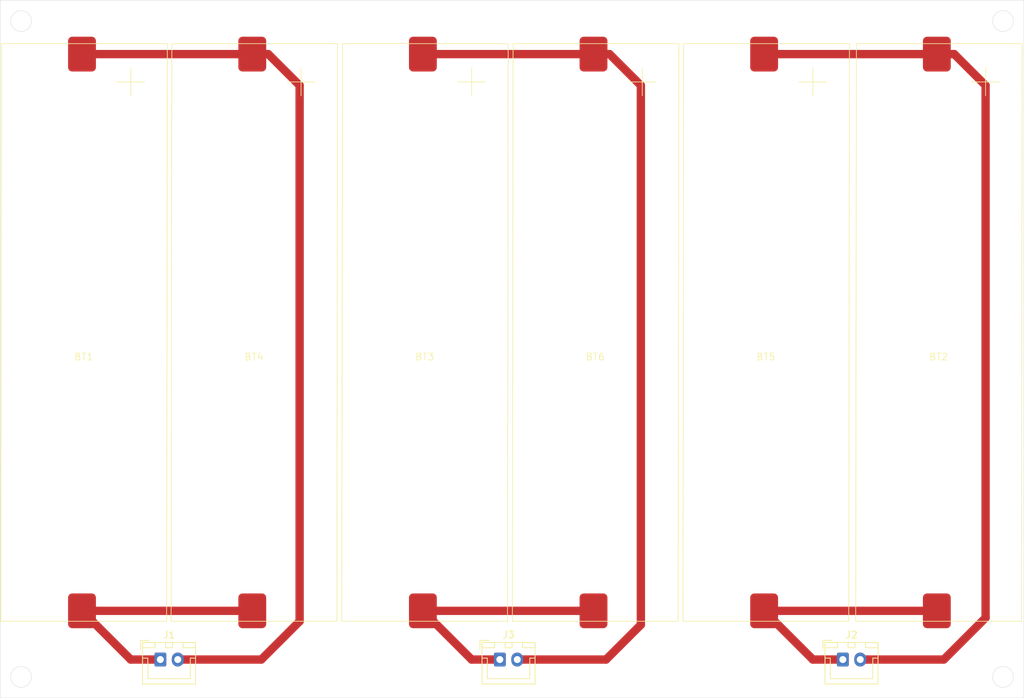
<source format=kicad_pcb>
(kicad_pcb (version 20241229) (generator "pcbnew") (generator_version "9.0")
  (layers (0 "F.Cu" signal) (2 "B.Cu" signal) (13 "F.Paste" user) (15 "B.Paste" user) (5 "F.SilkS" user "F.Silkscreen") (7 "B.SilkS" user "B.Silkscreen") (1 "F.Mask" user) (3 "B.Mask" user) (25 "Edge.Cuts" user))
  (net 0 "")
  (net 1 "Net-(BT1-+)")
  (net 2 "Net-(BT1--)")
  (net 3 "Net-(BT2--)")
  (net 4 "Net-(BT2-+)")
  (net 5 "Net-(BT3--)")
  (net 6 "Net-(BT3-+)")
  (footprint "Batteryholder:21700 laskakit battery holder" (layer "F.Cu") (at 153.7 79.5)
    (property "Reference" "BT6" (at 0.25 -1.5 0) (layer "F.SilkS") (effects (font (thickness 0.1))))
    (property "Value" "Battery_Cell")
    (fp_line (start -11.65 36.5) (end -11.55 -46.5) (stroke (width 0.1)) (layer "F.SilkS"))
    (fp_line (start -11.55 -46.5) (end 12.25 -46.5) (stroke (width 0.1)) (layer "F.SilkS"))
    (fp_line (start 5 -41) (end 6 -41) (stroke (width 0.1)) (layer "F.SilkS"))
    (fp_line (start 7 -43) (end 7 -39) (stroke (width 0.1)) (layer "F.SilkS"))
    (fp_line (start 9 -41) (end 6 -41) (stroke (width 0.1)) (layer "F.SilkS"))
    (fp_line (start 12.15 36.5) (end -11.65 36.5) (stroke (width 0.1)) (layer "F.SilkS"))
    (fp_line (start 12.25 -46.5) (end 12.15 36.5) (stroke (width 0.1)) (layer "F.SilkS"))
    (pad "1" smd roundrect (at 0 -45 90) (size 5 4) (layers "F.Cu" "F.Mask" "F.Paste") (roundrect_rratio 0.15) (net 6 "Net-(BT3-+)"))
    (pad "2" smd roundrect (at 0 35 90) (size 5 4) (layers "F.Cu" "F.Mask" "F.Paste") (roundrect_rratio 0.15) (net 5 "Net-(BT3--)"))
  )
  (footprint "Connector_JST:JST_XH_B2B-XH-A_1x02_P2.50mm_Vertical" (layer "F.Cu") (at 91.5 121.5)
    (property "Reference" "J1" (at 1.25 -3.55 0) (layer "F.SilkS"))
    (property "Value" "Conn_01x02_Socket")
    (fp_line (start -2.85 -2.75) (end -2.85 -1.5) (stroke (width 0.12)) (layer "F.SilkS"))
    (fp_line (start -2.56 -2.46) (end -2.56 3.51) (stroke (width 0.12)) (layer "F.SilkS"))
    (fp_line (start -2.56 3.51) (end 5.06 3.51) (stroke (width 0.12)) (layer "F.SilkS"))
    (fp_line (start -2.55 -2.45) (end -2.55 -1.7) (stroke (width 0.12)) (layer "F.SilkS"))
    (fp_line (start -2.55 -1.7) (end -0.75 -1.7) (stroke (width 0.12)) (layer "F.SilkS"))
    (fp_line (start -2.55 -0.2) (end -1.8 -0.2) (stroke (width 0.12)) (layer "F.SilkS"))
    (fp_line (start -1.8 -0.2) (end -1.8 2.75) (stroke (width 0.12)) (layer "F.SilkS"))
    (fp_line (start -1.8 2.75) (end 1.25 2.75) (stroke (width 0.12)) (layer "F.SilkS"))
    (fp_line (start -1.6 -2.75) (end -2.85 -2.75) (stroke (width 0.12)) (layer "F.SilkS"))
    (fp_line (start -0.75 -2.45) (end -2.55 -2.45) (stroke (width 0.12)) (layer "F.SilkS"))
    (fp_line (start -0.75 -1.7) (end -0.75 -2.45) (stroke (width 0.12)) (layer "F.SilkS"))
    (fp_line (start 0.75 -2.45) (end 0.75 -1.7) (stroke (width 0.12)) (layer "F.SilkS"))
    (fp_line (start 0.75 -1.7) (end 1.75 -1.7) (stroke (width 0.12)) (layer "F.SilkS"))
    (fp_line (start 1.75 -2.45) (end 0.75 -2.45) (stroke (width 0.12)) (layer "F.SilkS"))
    (fp_line (start 1.75 -1.7) (end 1.75 -2.45) (stroke (width 0.12)) (layer "F.SilkS"))
    (fp_line (start 3.25 -2.45) (end 3.25 -1.7) (stroke (width 0.12)) (layer "F.SilkS"))
    (fp_line (start 3.25 -1.7) (end 5.05 -1.7) (stroke (width 0.12)) (layer "F.SilkS"))
    (fp_line (start 4.3 -0.2) (end 4.3 2.75) (stroke (width 0.12)) (layer "F.SilkS"))
    (fp_line (start 4.3 2.75) (end 1.25 2.75) (stroke (width 0.12)) (layer "F.SilkS"))
    (fp_line (start 5.05 -2.45) (end 3.25 -2.45) (stroke (width 0.12)) (layer "F.SilkS"))
    (fp_line (start 5.05 -1.7) (end 5.05 -2.45) (stroke (width 0.12)) (layer "F.SilkS"))
    (fp_line (start 5.05 -0.2) (end 4.3 -0.2) (stroke (width 0.12)) (layer "F.SilkS"))
    (fp_line (start 5.06 -2.46) (end -2.56 -2.46) (stroke (width 0.12)) (layer "F.SilkS"))
    (fp_line (start 5.06 3.51) (end 5.06 -2.46) (stroke (width 0.12)) (layer "F.SilkS"))
    (pad "1" thru_hole roundrect (at 0 0) (size 1.7 2) (drill 1) (layers "*.Cu" "*.Mask") (roundrect_rratio 0.147059) (net 2 "Net-(BT1--)"))
    (pad "2" thru_hole oval (at 2.5 0) (size 1.7 2) (drill 1) (layers "*.Cu" "*.Mask") (net 1 "Net-(BT1-+)"))
  )
  (footprint "Batteryholder:21700 laskakit battery holder" (layer "F.Cu") (at 203 79.5)
    (property "Reference" "BT2" (at 0.25 -1.5 0) (layer "F.SilkS") (effects (font (thickness 0.1))))
    (property "Value" "Battery_Cell")
    (fp_line (start -11.65 36.5) (end -11.55 -46.5) (stroke (width 0.1)) (layer "F.SilkS"))
    (fp_line (start -11.55 -46.5) (end 12.25 -46.5) (stroke (width 0.1)) (layer "F.SilkS"))
    (fp_line (start 5 -41) (end 6 -41) (stroke (width 0.1)) (layer "F.SilkS"))
    (fp_line (start 7 -43) (end 7 -39) (stroke (width 0.1)) (layer "F.SilkS"))
    (fp_line (start 9 -41) (end 6 -41) (stroke (width 0.1)) (layer "F.SilkS"))
    (fp_line (start 12.15 36.5) (end -11.65 36.5) (stroke (width 0.1)) (layer "F.SilkS"))
    (fp_line (start 12.25 -46.5) (end 12.15 36.5) (stroke (width 0.1)) (layer "F.SilkS"))
    (pad "1" smd roundrect (at 0 -45 90) (size 5 4) (layers "F.Cu" "F.Mask" "F.Paste") (roundrect_rratio 0.15) (net 4 "Net-(BT2-+)"))
    (pad "2" smd roundrect (at 0 35 90) (size 5 4) (layers "F.Cu" "F.Mask" "F.Paste") (roundrect_rratio 0.15) (net 3 "Net-(BT2--)"))
  )
  (footprint "Batteryholder:21700 laskakit battery holder" (layer "F.Cu") (at 129.2 79.5)
    (property "Reference" "BT3" (at 0.25 -1.5 0) (layer "F.SilkS") (effects (font (thickness 0.1))))
    (property "Value" "Battery_Cell")
    (fp_line (start -11.65 36.5) (end -11.55 -46.5) (stroke (width 0.1)) (layer "F.SilkS"))
    (fp_line (start -11.55 -46.5) (end 12.25 -46.5) (stroke (width 0.1)) (layer "F.SilkS"))
    (fp_line (start 5 -41) (end 6 -41) (stroke (width 0.1)) (layer "F.SilkS"))
    (fp_line (start 7 -43) (end 7 -39) (stroke (width 0.1)) (layer "F.SilkS"))
    (fp_line (start 9 -41) (end 6 -41) (stroke (width 0.1)) (layer "F.SilkS"))
    (fp_line (start 12.15 36.5) (end -11.65 36.5) (stroke (width 0.1)) (layer "F.SilkS"))
    (fp_line (start 12.25 -46.5) (end 12.15 36.5) (stroke (width 0.1)) (layer "F.SilkS"))
    (pad "1" smd roundrect (at 0 -45 90) (size 5 4) (layers "F.Cu" "F.Mask" "F.Paste") (roundrect_rratio 0.15) (net 6 "Net-(BT3-+)"))
    (pad "2" smd roundrect (at 0 35 90) (size 5 4) (layers "F.Cu" "F.Mask" "F.Paste") (roundrect_rratio 0.15) (net 5 "Net-(BT3--)"))
  )
  (footprint "Connector_JST:JST_XH_B2B-XH-A_1x02_P2.50mm_Vertical" (layer "F.Cu") (at 189.5 121.5)
    (property "Reference" "J2" (at 1.25 -3.55 0) (layer "F.SilkS"))
    (property "Value" "Conn_01x02_Socket")
    (fp_line (start -2.85 -2.75) (end -2.85 -1.5) (stroke (width 0.12)) (layer "F.SilkS"))
    (fp_line (start -2.56 -2.46) (end -2.56 3.51) (stroke (width 0.12)) (layer "F.SilkS"))
    (fp_line (start -2.56 3.51) (end 5.06 3.51) (stroke (width 0.12)) (layer "F.SilkS"))
    (fp_line (start -2.55 -2.45) (end -2.55 -1.7) (stroke (width 0.12)) (layer "F.SilkS"))
    (fp_line (start -2.55 -1.7) (end -0.75 -1.7) (stroke (width 0.12)) (layer "F.SilkS"))
    (fp_line (start -2.55 -0.2) (end -1.8 -0.2) (stroke (width 0.12)) (layer "F.SilkS"))
    (fp_line (start -1.8 -0.2) (end -1.8 2.75) (stroke (width 0.12)) (layer "F.SilkS"))
    (fp_line (start -1.8 2.75) (end 1.25 2.75) (stroke (width 0.12)) (layer "F.SilkS"))
    (fp_line (start -1.6 -2.75) (end -2.85 -2.75) (stroke (width 0.12)) (layer "F.SilkS"))
    (fp_line (start -0.75 -2.45) (end -2.55 -2.45) (stroke (width 0.12)) (layer "F.SilkS"))
    (fp_line (start -0.75 -1.7) (end -0.75 -2.45) (stroke (width 0.12)) (layer "F.SilkS"))
    (fp_line (start 0.75 -2.45) (end 0.75 -1.7) (stroke (width 0.12)) (layer "F.SilkS"))
    (fp_line (start 0.75 -1.7) (end 1.75 -1.7) (stroke (width 0.12)) (layer "F.SilkS"))
    (fp_line (start 1.75 -2.45) (end 0.75 -2.45) (stroke (width 0.12)) (layer "F.SilkS"))
    (fp_line (start 1.75 -1.7) (end 1.75 -2.45) (stroke (width 0.12)) (layer "F.SilkS"))
    (fp_line (start 3.25 -2.45) (end 3.25 -1.7) (stroke (width 0.12)) (layer "F.SilkS"))
    (fp_line (start 3.25 -1.7) (end 5.05 -1.7) (stroke (width 0.12)) (layer "F.SilkS"))
    (fp_line (start 4.3 -0.2) (end 4.3 2.75) (stroke (width 0.12)) (layer "F.SilkS"))
    (fp_line (start 4.3 2.75) (end 1.25 2.75) (stroke (width 0.12)) (layer "F.SilkS"))
    (fp_line (start 5.05 -2.45) (end 3.25 -2.45) (stroke (width 0.12)) (layer "F.SilkS"))
    (fp_line (start 5.05 -1.7) (end 5.05 -2.45) (stroke (width 0.12)) (layer "F.SilkS"))
    (fp_line (start 5.05 -0.2) (end 4.3 -0.2) (stroke (width 0.12)) (layer "F.SilkS"))
    (fp_line (start 5.06 -2.46) (end -2.56 -2.46) (stroke (width 0.12)) (layer "F.SilkS"))
    (fp_line (start 5.06 3.51) (end 5.06 -2.46) (stroke (width 0.12)) (layer "F.SilkS"))
    (pad "1" thru_hole roundrect (at 0 0) (size 1.7 2) (drill 1) (layers "*.Cu" "*.Mask") (roundrect_rratio 0.147059) (net 3 "Net-(BT2--)"))
    (pad "2" thru_hole oval (at 2.5 0) (size 1.7 2) (drill 1) (layers "*.Cu" "*.Mask") (net 4 "Net-(BT2-+)"))
  )
  (footprint "Batteryholder:21700 laskakit battery holder" (layer "F.Cu") (at 104.7 79.5)
    (property "Reference" "BT4" (at 0.25 -1.5 0) (layer "F.SilkS") (effects (font (thickness 0.1))))
    (property "Value" "Battery_Cell")
    (fp_line (start -11.65 36.5) (end -11.55 -46.5) (stroke (width 0.1)) (layer "F.SilkS"))
    (fp_line (start -11.55 -46.5) (end 12.25 -46.5) (stroke (width 0.1)) (layer "F.SilkS"))
    (fp_line (start 5 -41) (end 6 -41) (stroke (width 0.1)) (layer "F.SilkS"))
    (fp_line (start 7 -43) (end 7 -39) (stroke (width 0.1)) (layer "F.SilkS"))
    (fp_line (start 9 -41) (end 6 -41) (stroke (width 0.1)) (layer "F.SilkS"))
    (fp_line (start 12.15 36.5) (end -11.65 36.5) (stroke (width 0.1)) (layer "F.SilkS"))
    (fp_line (start 12.25 -46.5) (end 12.15 36.5) (stroke (width 0.1)) (layer "F.SilkS"))
    (pad "1" smd roundrect (at 0 -45 90) (size 5 4) (layers "F.Cu" "F.Mask" "F.Paste") (roundrect_rratio 0.15) (net 1 "Net-(BT1-+)"))
    (pad "2" smd roundrect (at 0 35 90) (size 5 4) (layers "F.Cu" "F.Mask" "F.Paste") (roundrect_rratio 0.15) (net 2 "Net-(BT1--)"))
  )
  (footprint "Batteryholder:21700 laskakit battery holder" (layer "F.Cu") (at 80.25 79.5)
    (property "Reference" "BT1" (at 0.25 -1.5 0) (layer "F.SilkS") (effects (font (thickness 0.1))))
    (property "Value" "Battery_Cell")
    (fp_line (start -11.65 36.5) (end -11.55 -46.5) (stroke (width 0.1)) (layer "F.SilkS"))
    (fp_line (start -11.55 -46.5) (end 12.25 -46.5) (stroke (width 0.1)) (layer "F.SilkS"))
    (fp_line (start 5 -41) (end 6 -41) (stroke (width 0.1)) (layer "F.SilkS"))
    (fp_line (start 7 -43) (end 7 -39) (stroke (width 0.1)) (layer "F.SilkS"))
    (fp_line (start 9 -41) (end 6 -41) (stroke (width 0.1)) (layer "F.SilkS"))
    (fp_line (start 12.15 36.5) (end -11.65 36.5) (stroke (width 0.1)) (layer "F.SilkS"))
    (fp_line (start 12.25 -46.5) (end 12.15 36.5) (stroke (width 0.1)) (layer "F.SilkS"))
    (pad "1" smd roundrect (at 0 -45 90) (size 5 4) (layers "F.Cu" "F.Mask" "F.Paste") (roundrect_rratio 0.15) (net 1 "Net-(BT1-+)"))
    (pad "2" smd roundrect (at 0 35 90) (size 5 4) (layers "F.Cu" "F.Mask" "F.Paste") (roundrect_rratio 0.15) (net 2 "Net-(BT1--)"))
  )
  (footprint "Batteryholder:21700 laskakit battery holder" (layer "F.Cu") (at 178.2 79.5)
    (property "Reference" "BT5" (at 0.25 -1.5 0) (layer "F.SilkS") (effects (font (thickness 0.1))))
    (property "Value" "Battery_Cell")
    (fp_line (start -11.65 36.5) (end -11.55 -46.5) (stroke (width 0.1)) (layer "F.SilkS"))
    (fp_line (start -11.55 -46.5) (end 12.25 -46.5) (stroke (width 0.1)) (layer "F.SilkS"))
    (fp_line (start 5 -41) (end 6 -41) (stroke (width 0.1)) (layer "F.SilkS"))
    (fp_line (start 7 -43) (end 7 -39) (stroke (width 0.1)) (layer "F.SilkS"))
    (fp_line (start 9 -41) (end 6 -41) (stroke (width 0.1)) (layer "F.SilkS"))
    (fp_line (start 12.15 36.5) (end -11.65 36.5) (stroke (width 0.1)) (layer "F.SilkS"))
    (fp_line (start 12.25 -46.5) (end 12.15 36.5) (stroke (width 0.1)) (layer "F.SilkS"))
    (pad "1" smd roundrect (at 0 -45 90) (size 5 4) (layers "F.Cu" "F.Mask" "F.Paste") (roundrect_rratio 0.15) (net 4 "Net-(BT2-+)"))
    (pad "2" smd roundrect (at 0 35 90) (size 5 4) (layers "F.Cu" "F.Mask" "F.Paste") (roundrect_rratio 0.15) (net 3 "Net-(BT2--)"))
  )
  (footprint "Connector_JST:JST_XH_B2B-XH-A_1x02_P2.50mm_Vertical" (layer "F.Cu") (at 140.25 121.5)
    (property "Reference" "J3" (at 1.25 -3.55 0) (layer "F.SilkS"))
    (property "Value" "Conn_01x02_Socket")
    (fp_line (start -2.85 -2.75) (end -2.85 -1.5) (stroke (width 0.12)) (layer "F.SilkS"))
    (fp_line (start -2.56 -2.46) (end -2.56 3.51) (stroke (width 0.12)) (layer "F.SilkS"))
    (fp_line (start -2.56 3.51) (end 5.06 3.51) (stroke (width 0.12)) (layer "F.SilkS"))
    (fp_line (start -2.55 -2.45) (end -2.55 -1.7) (stroke (width 0.12)) (layer "F.SilkS"))
    (fp_line (start -2.55 -1.7) (end -0.75 -1.7) (stroke (width 0.12)) (layer "F.SilkS"))
    (fp_line (start -2.55 -0.2) (end -1.8 -0.2) (stroke (width 0.12)) (layer "F.SilkS"))
    (fp_line (start -1.8 -0.2) (end -1.8 2.75) (stroke (width 0.12)) (layer "F.SilkS"))
    (fp_line (start -1.8 2.75) (end 1.25 2.75) (stroke (width 0.12)) (layer "F.SilkS"))
    (fp_line (start -1.6 -2.75) (end -2.85 -2.75) (stroke (width 0.12)) (layer "F.SilkS"))
    (fp_line (start -0.75 -2.45) (end -2.55 -2.45) (stroke (width 0.12)) (layer "F.SilkS"))
    (fp_line (start -0.75 -1.7) (end -0.75 -2.45) (stroke (width 0.12)) (layer "F.SilkS"))
    (fp_line (start 0.75 -2.45) (end 0.75 -1.7) (stroke (width 0.12)) (layer "F.SilkS"))
    (fp_line (start 0.75 -1.7) (end 1.75 -1.7) (stroke (width 0.12)) (layer "F.SilkS"))
    (fp_line (start 1.75 -2.45) (end 0.75 -2.45) (stroke (width 0.12)) (layer "F.SilkS"))
    (fp_line (start 1.75 -1.7) (end 1.75 -2.45) (stroke (width 0.12)) (layer "F.SilkS"))
    (fp_line (start 3.25 -2.45) (end 3.25 -1.7) (stroke (width 0.12)) (layer "F.SilkS"))
    (fp_line (start 3.25 -1.7) (end 5.05 -1.7) (stroke (width 0.12)) (layer "F.SilkS"))
    (fp_line (start 4.3 -0.2) (end 4.3 2.75) (stroke (width 0.12)) (layer "F.SilkS"))
    (fp_line (start 4.3 2.75) (end 1.25 2.75) (stroke (width 0.12)) (layer "F.SilkS"))
    (fp_line (start 5.05 -2.45) (end 3.25 -2.45) (stroke (width 0.12)) (layer "F.SilkS"))
    (fp_line (start 5.05 -1.7) (end 5.05 -2.45) (stroke (width 0.12)) (layer "F.SilkS"))
    (fp_line (start 5.05 -0.2) (end 4.3 -0.2) (stroke (width 0.12)) (layer "F.SilkS"))
    (fp_line (start 5.06 -2.46) (end -2.56 -2.46) (stroke (width 0.12)) (layer "F.SilkS"))
    (fp_line (start 5.06 3.51) (end 5.06 -2.46) (stroke (width 0.12)) (layer "F.SilkS"))
    (pad "1" thru_hole roundrect (at 0 0) (size 1.7 2) (drill 1) (layers "*.Cu" "*.Mask") (roundrect_rratio 0.147059) (net 5 "Net-(BT3--)"))
    (pad "2" thru_hole oval (at 2.5 0) (size 1.7 2) (drill 1) (layers "*.Cu" "*.Mask") (net 6 "Net-(BT3-+)"))
  )
  (gr_line (start 68.5 26.75) (end 68.5 127) (stroke (width 0.05)) (layer "Edge.Cuts"))
  (gr_circle (center 212.5 29.75) (end 214 29.75) (stroke (width 0.05)) (fill no) (layer "Edge.Cuts"))
  (gr_line (start 215.5 26.75) (end 68.5 26.75) (stroke (width 0.05)) (layer "Edge.Cuts"))
  (gr_line (start 68.5 127) (end 215.5 127) (stroke (width 0.05)) (layer "Edge.Cuts"))
  (gr_line (start 215.5 127) (end 215.5 26.75) (stroke (width 0.05)) (layer "Edge.Cuts"))
  (gr_circle (center 212.5 124) (end 214 124) (stroke (width 0.05)) (fill no) (layer "Edge.Cuts"))
  (gr_circle (center 71.5 29.75) (end 73 29.75) (stroke (width 0.05)) (fill no) (layer "Edge.Cuts"))
  (gr_circle (center 71.5 124) (end 73 124) (stroke (width 0.05)) (fill no) (layer "Edge.Cuts"))
  (segment (start 106 121.5) (end 111.5 116) (width 1.2) (layer "F.Cu") (net 1))
  (segment (start 104.7 34.5) (end 80.25 34.5) (width 1.2) (layer "F.Cu") (net 1))
  (segment (start 111.5 116) (end 111.5 39) (width 1.2) (layer "F.Cu") (net 1))
  (segment (start 107 34.5) (end 104.7 34.5) (width 1.2) (layer "F.Cu") (net 1))
  (segment (start 111.5 39) (end 107 34.5) (width 1.2) (layer "F.Cu") (net 1))
  (segment (start 94 121.5) (end 106 121.5) (width 1.2) (layer "F.Cu") (net 1))
  (segment (start 80.25 114.5) (end 104.7 114.5) (width 1.2) (layer "F.Cu") (net 2))
  (segment (start 87.25 121.5) (end 80.25 114.5) (width 1.2) (layer "F.Cu") (net 2))
  (segment (start 91.5 121.5) (end 87.25 121.5) (width 1.2) (layer "F.Cu") (net 2))
  (segment (start 189.5 121.5) (end 185.2 121.5) (width 1.2) (layer "F.Cu") (net 3))
  (segment (start 185.2 121.5) (end 178.2 114.5) (width 1.2) (layer "F.Cu") (net 3))
  (segment (start 178.2 114.5) (end 203 114.5) (width 1.2) (layer "F.Cu") (net 3))
  (segment (start 178.2 34.5) (end 203 34.5) (width 1.2) (layer "F.Cu") (net 4))
  (segment (start 210 39) (end 205.5 34.5) (width 1.2) (layer "F.Cu") (net 4))
  (segment (start 204 121.5) (end 210 115.5) (width 1.2) (layer "F.Cu") (net 4))
  (segment (start 205.5 34.5) (end 203 34.5) (width 1.2) (layer "F.Cu") (net 4))
  (segment (start 210 115.5) (end 210 39) (width 1.2) (layer "F.Cu") (net 4))
  (segment (start 192 121.5) (end 204 121.5) (width 1.2) (layer "F.Cu") (net 4))
  (segment (start 136.2 121.5) (end 129.2 114.5) (width 1.2) (layer "F.Cu") (net 5))
  (segment (start 140.25 121.5) (end 136.2 121.5) (width 1.2) (layer "F.Cu") (net 5))
  (segment (start 129.2 114.5) (end 153.7 114.5) (width 1.2) (layer "F.Cu") (net 5))
  (segment (start 156 34.5) (end 153.7 34.5) (width 1.2) (layer "F.Cu") (net 6))
  (segment (start 142.75 121.5) (end 155.5 121.5) (width 1.2) (layer "F.Cu") (net 6))
  (segment (start 129.2 34.5) (end 153.7 34.5) (width 1.2) (layer "F.Cu") (net 6))
  (segment (start 160.5 39) (end 156 34.5) (width 1.2) (layer "F.Cu") (net 6))
  (segment (start 155.5 121.5) (end 160.5 116.5) (width 1.2) (layer "F.Cu") (net 6))
  (segment (start 160.5 116.5) (end 160.5 39) (width 1.2) (layer "F.Cu") (net 6))
)
</source>
